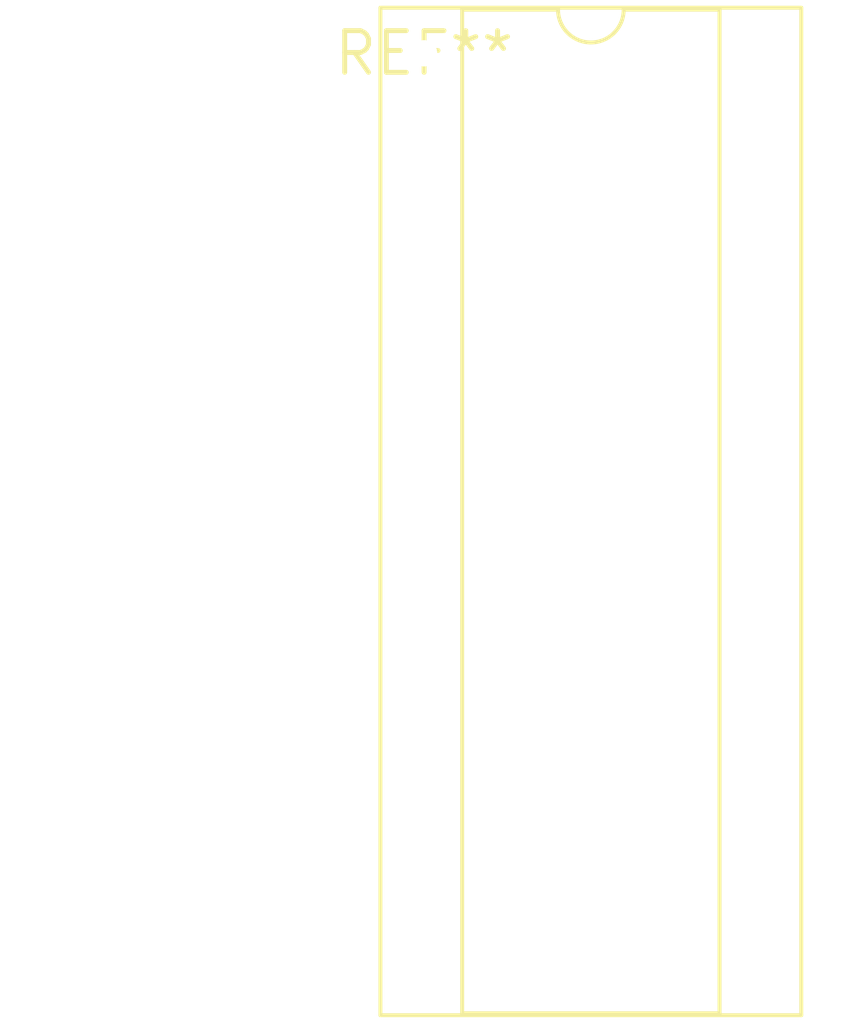
<source format=kicad_pcb>
(kicad_pcb (version 20240108) (generator pcbnew)
  (layers (0 "F.Cu" signal) (31 "B.Cu" signal) (34 "B.Paste" user) (35 "F.Paste" user) (36 "B.SilkS" user "B.Silkscreen") (37 "F.SilkS" user "F.Silkscreen") (38 "B.Mask" user) (39 "F.Mask" user) (44 "Edge.Cuts" user))
  (net 0 "")
  (footprint "DIP-24_W10.16mm_Socket" (layer "F.Cu") (at 0 0)
    (property "Reference" "REF**")
    (property "Value" "DIP-24_W10.16mm_Socket")
    (fp_line (start -1.33 -1.39) (end -1.33 29.33) (layer "F.SilkS") (stroke (width 0.12)))
    (fp_line (start -1.33 29.33) (end 11.49 29.33) (layer "F.SilkS") (stroke (width 0.12)))
    (fp_line (start 1.16 -1.33) (end 1.16 29.27) (layer "F.SilkS") (stroke (width 0.12)))
    (fp_line (start 1.16 29.27) (end 9 29.27) (layer "F.SilkS") (stroke (width 0.12)))
    (fp_line (start 4.08 -1.33) (end 1.16 -1.33) (layer "F.SilkS") (stroke (width 0.12)))
    (fp_line (start 9 -1.33) (end 6.08 -1.33) (layer "F.SilkS") (stroke (width 0.12)))
    (fp_line (start 9 29.27) (end 9 -1.33) (layer "F.SilkS") (stroke (width 0.12)))
    (fp_line (start 11.49 -1.39) (end -1.33 -1.39) (layer "F.SilkS") (stroke (width 0.12)))
    (fp_line (start 11.49 29.33) (end 11.49 -1.39) (layer "F.SilkS") (stroke (width 0.12)))
    (fp_arc (start 6.08 -1.33) (mid 5.08 -0.33) (end 4.08 -1.33) (layer "F.SilkS") (stroke (width 0.12)))
    (pad "1" thru_hole rect (at 0 0) (size 1.6 1.6) (drill 0.8) (layers *.Cu *.Mask) (remove_unused_layers))
    (pad "2" thru_hole oval (at 0 2.54) (size 1.6 1.6) (drill 0.8) (layers *.Cu *.Mask) (remove_unused_layers))
    (pad "3" thru_hole oval (at 0 5.08) (size 1.6 1.6) (drill 0.8) (layers *.Cu *.Mask) (remove_unused_layers))
    (pad "4" thru_hole oval (at 0 7.62) (size 1.6 1.6) (drill 0.8) (layers *.Cu *.Mask) (remove_unused_layers))
    (pad "5" thru_hole oval (at 0 10.16) (size 1.6 1.6) (drill 0.8) (layers *.Cu *.Mask) (remove_unused_layers))
    (pad "6" thru_hole oval (at 0 12.7) (size 1.6 1.6) (drill 0.8) (layers *.Cu *.Mask) (remove_unused_layers))
    (pad "7" thru_hole oval (at 0 15.24) (size 1.6 1.6) (drill 0.8) (layers *.Cu *.Mask) (remove_unused_layers))
    (pad "8" thru_hole oval (at 0 17.78) (size 1.6 1.6) (drill 0.8) (layers *.Cu *.Mask) (remove_unused_layers))
    (pad "9" thru_hole oval (at 0 20.32) (size 1.6 1.6) (drill 0.8) (layers *.Cu *.Mask) (remove_unused_layers))
    (pad "10" thru_hole oval (at 0 22.86) (size 1.6 1.6) (drill 0.8) (layers *.Cu *.Mask) (remove_unused_layers))
    (pad "11" thru_hole oval (at 0 25.4) (size 1.6 1.6) (drill 0.8) (layers *.Cu *.Mask) (remove_unused_layers))
    (pad "12" thru_hole oval (at 0 27.94) (size 1.6 1.6) (drill 0.8) (layers *.Cu *.Mask) (remove_unused_layers))
    (pad "13" thru_hole oval (at 10.16 27.94) (size 1.6 1.6) (drill 0.8) (layers *.Cu *.Mask) (remove_unused_layers))
    (pad "14" thru_hole oval (at 10.16 25.4) (size 1.6 1.6) (drill 0.8) (layers *.Cu *.Mask) (remove_unused_layers))
    (pad "15" thru_hole oval (at 10.16 22.86) (size 1.6 1.6) (drill 0.8) (layers *.Cu *.Mask) (remove_unused_layers))
    (pad "16" thru_hole oval (at 10.16 20.32) (size 1.6 1.6) (drill 0.8) (layers *.Cu *.Mask) (remove_unused_layers))
    (pad "17" thru_hole oval (at 10.16 17.78) (size 1.6 1.6) (drill 0.8) (layers *.Cu *.Mask) (remove_unused_layers))
    (pad "18" thru_hole oval (at 10.16 15.24) (size 1.6 1.6) (drill 0.8) (layers *.Cu *.Mask) (remove_unused_layers))
    (pad "19" thru_hole oval (at 10.16 12.7) (size 1.6 1.6) (drill 0.8) (layers *.Cu *.Mask) (remove_unused_layers))
    (pad "20" thru_hole oval (at 10.16 10.16) (size 1.6 1.6) (drill 0.8) (layers *.Cu *.Mask) (remove_unused_layers))
    (pad "21" thru_hole oval (at 10.16 7.62) (size 1.6 1.6) (drill 0.8) (layers *.Cu *.Mask) (remove_unused_layers))
    (pad "22" thru_hole oval (at 10.16 5.08) (size 1.6 1.6) (drill 0.8) (layers *.Cu *.Mask) (remove_unused_layers))
    (pad "23" thru_hole oval (at 10.16 2.54) (size 1.6 1.6) (drill 0.8) (layers *.Cu *.Mask) (remove_unused_layers))
    (pad "24" thru_hole oval (at 10.16 0) (size 1.6 1.6) (drill 0.8) (layers *.Cu *.Mask) (remove_unused_layers))
  )
)
</source>
